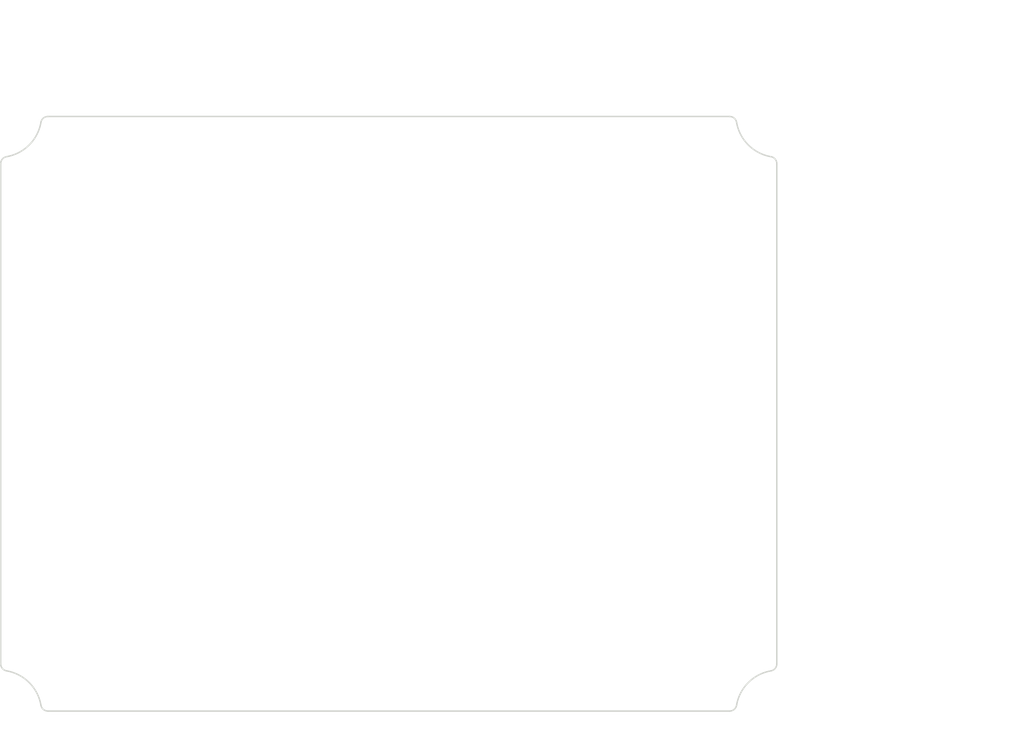
<source format=kicad_pcb>
(kicad_pcb (version 20171130) (host pcbnew "(5.1.0)-1")

  (general
    (thickness 1.6)
    (drawings 47)
    (tracks 0)
    (zones 0)
    (modules 0)
    (nets 1)
  )

  (page A4)
  (layers
    (0 F.Cu signal)
    (31 B.Cu signal)
    (32 B.Adhes user)
    (33 F.Adhes user)
    (34 B.Paste user)
    (35 F.Paste user)
    (36 B.SilkS user)
    (37 F.SilkS user)
    (38 B.Mask user)
    (39 F.Mask user)
    (40 Dwgs.User user)
    (41 Cmts.User user)
    (42 Eco1.User user)
    (43 Eco2.User user)
    (44 Edge.Cuts user)
    (45 Margin user)
    (46 B.CrtYd user)
    (47 F.CrtYd user)
    (48 B.Fab user)
    (49 F.Fab user)
  )

  (setup
    (last_trace_width 0.25)
    (trace_clearance 0.2)
    (zone_clearance 0.508)
    (zone_45_only no)
    (trace_min 0.2)
    (via_size 0.8)
    (via_drill 0.4)
    (via_min_size 0.4)
    (via_min_drill 0.3)
    (uvia_size 0.3)
    (uvia_drill 0.1)
    (uvias_allowed no)
    (uvia_min_size 0.2)
    (uvia_min_drill 0.1)
    (edge_width 0.05)
    (segment_width 0.2)
    (pcb_text_width 0.3)
    (pcb_text_size 1.5 1.5)
    (mod_edge_width 0.12)
    (mod_text_size 1 1)
    (mod_text_width 0.15)
    (pad_size 1.524 1.524)
    (pad_drill 0.762)
    (pad_to_mask_clearance 0.051)
    (solder_mask_min_width 0.25)
    (aux_axis_origin 0 0)
    (visible_elements FFFFFF7F)
    (pcbplotparams
      (layerselection 0x010fc_ffffffff)
      (usegerberextensions false)
      (usegerberattributes false)
      (usegerberadvancedattributes false)
      (creategerberjobfile false)
      (excludeedgelayer true)
      (linewidth 0.152400)
      (plotframeref false)
      (viasonmask false)
      (mode 1)
      (useauxorigin false)
      (hpglpennumber 1)
      (hpglpenspeed 20)
      (hpglpendiameter 15.000000)
      (psnegative false)
      (psa4output false)
      (plotreference true)
      (plotvalue true)
      (plotinvisibletext false)
      (padsonsilk false)
      (subtractmaskfromsilk false)
      (outputformat 1)
      (mirror false)
      (drillshape 1)
      (scaleselection 1)
      (outputdirectory ""))
  )

  (net 0 "")

  (net_class Default "This is the default net class."
    (clearance 0.2)
    (trace_width 0.25)
    (via_dia 0.8)
    (via_drill 0.4)
    (uvia_dia 0.3)
    (uvia_drill 0.1)
  )

  (gr_line (start 81.46083 66.165247) (end 81.46083 136.637868) (layer Edge.Cuts) (width 0.2))
  (gr_arc (start 81.27502 59.331557) (end 82.289861 65.17997) (angle -70.31165676) (layer Edge.Cuts) (width 0.2))
  (gr_line (start 184.081331 59.517367) (end 88.108709 59.517367) (layer Edge.Cuts) (width 0.2))
  (gr_arc (start 190.91502 59.331557) (end 185.066608 60.346398) (angle -70.31165711) (layer Edge.Cuts) (width 0.2))
  (gr_line (start 190.729211 136.637868) (end 190.729211 66.165247) (layer Edge.Cuts) (width 0.2))
  (gr_arc (start 190.91502 143.471557) (end 189.90018 137.623145) (angle -70.31165711) (layer Edge.Cuts) (width 0.2))
  (gr_line (start 88.108709 143.285748) (end 184.081331 143.285748) (layer Edge.Cuts) (width 0.2))
  (gr_arc (start 81.27502 143.471557) (end 87.123433 142.456717) (angle -70.31165676) (layer Edge.Cuts) (width 0.2))
  (gr_arc (start 82.46083 136.637868) (end 81.46083 136.637868) (angle -80.1558282) (layer Edge.Cuts) (width 0.2))
  (gr_arc (start 82.46083 66.165247) (end 82.289861 65.17997) (angle -80.1558282) (layer Edge.Cuts) (width 0.2))
  (gr_arc (start 88.108709 60.517367) (end 88.108709 59.517367) (angle -80.15582856) (layer Edge.Cuts) (width 0.2))
  (gr_arc (start 184.081331 60.517367) (end 185.066608 60.346398) (angle -80.15582856) (layer Edge.Cuts) (width 0.2))
  (gr_arc (start 189.729211 66.165247) (end 190.729211 66.165247) (angle -80.15582856) (layer Edge.Cuts) (width 0.2))
  (gr_arc (start 189.729211 136.637868) (end 189.90018 137.623145) (angle -80.15582856) (layer Edge.Cuts) (width 0.2))
  (gr_arc (start 184.081331 142.285748) (end 184.081331 143.285748) (angle -80.15582856) (layer Edge.Cuts) (width 0.2))
  (gr_arc (start 88.108709 142.285748) (end 87.123433 142.456717) (angle -80.15582856) (layer Edge.Cuts) (width 0.2))
  (gr_text " R1.00" (at 194.977593 146.879395) (layer Dwgs.User)
    (effects (font (size 1.7 1.53) (thickness 0.2125)))
  )
  (gr_line (start 188.506822 148.547369) (end 185.818975 144.737169) (layer Dwgs.User) (width 0.2))
  (gr_line (start 190.506822 148.547369) (end 188.506822 148.547369) (layer Dwgs.User) (width 0.2))
  (gr_text [R0.23] (at 174.676471 133.281772) (layer Dwgs.User)
    (effects (font (size 1.7 1.53) (thickness 0.2125)))
  )
  (gr_text " R5.94" (at 174.676471 129.724337) (layer Dwgs.User)
    (effects (font (size 1.7 1.53) (thickness 0.2125)))
  )
  (gr_line (start 181.147242 131.392311) (end 185.925114 137.300828) (layer Dwgs.User) (width 0.2))
  (gr_line (start 179.147242 131.392311) (end 181.147242 131.392311) (layer Dwgs.User) (width 0.2))
  (gr_text [3.30] (at 221.513174 124.166884) (layer Dwgs.User)
    (effects (font (size 1.7 1.53) (thickness 0.2125)))
  )
  (gr_text " 83.77" (at 221.513174 120.608869) (layer Dwgs.User)
    (effects (font (size 1.7 1.53) (thickness 0.2125)))
  )
  (gr_line (start 221.513174 61.517367) (end 221.513174 118.719408) (layer Dwgs.User) (width 0.2))
  (gr_line (start 221.513174 141.285748) (end 221.513174 125.835438) (layer Dwgs.User) (width 0.2))
  (gr_line (start 185.98212 59.517367) (end 224.688174 59.517367) (layer Dwgs.User) (width 0.2))
  (gr_line (start 185.98212 143.285748) (end 224.688174 143.285748) (layer Dwgs.User) (width 0.2))
  (gr_text [2.85] (at 201.423217 83.428918) (layer Dwgs.User)
    (effects (font (size 1.7 1.53) (thickness 0.2125)))
  )
  (gr_text " 72.27" (at 201.423217 79.885978) (layer Dwgs.User)
    (effects (font (size 1.7 1.53) (thickness 0.2125)))
  )
  (gr_line (start 201.423217 135.538657) (end 201.423217 85.082397) (layer Dwgs.User) (width 0.2))
  (gr_line (start 201.423217 67.264458) (end 201.423217 77.996517) (layer Dwgs.User) (width 0.2))
  (gr_line (start 191.729211 137.538657) (end 204.598217 137.538657) (layer Dwgs.User) (width 0.2))
  (gr_line (start 191.729211 65.264458) (end 204.598217 65.264458) (layer Dwgs.User) (width 0.2))
  (gr_text [3.85] (at 136.316875 57.386382) (layer Dwgs.User)
    (effects (font (size 1.7 1.53) (thickness 0.2125)))
  )
  (gr_text " 97.77" (at 136.316875 53.828947) (layer Dwgs.User)
    (effects (font (size 1.7 1.53) (thickness 0.2125)))
  )
  (gr_line (start 182.98212 55.496921) (end 140.364385 55.496921) (layer Dwgs.User) (width 0.2))
  (gr_line (start 89.207921 55.496921) (end 132.269365 55.496921) (layer Dwgs.User) (width 0.2))
  (gr_line (start 184.98212 58.517367) (end 184.98212 52.321921) (layer Dwgs.User) (width 0.2))
  (gr_line (start 87.207921 58.517367) (end 87.207921 52.321921) (layer Dwgs.User) (width 0.2))
  (gr_text [4.30] (at 118.645154 48.271495) (layer Dwgs.User)
    (effects (font (size 1.7 1.53) (thickness 0.2125)))
  )
  (gr_text " 109.27" (at 118.645154 44.71406) (layer Dwgs.User)
    (effects (font (size 1.7 1.53) (thickness 0.2125)))
  )
  (gr_line (start 188.729211 46.382034) (end 123.353066 46.382034) (layer Dwgs.User) (width 0.2))
  (gr_line (start 83.46083 46.382034) (end 113.937241 46.382034) (layer Dwgs.User) (width 0.2))
  (gr_line (start 190.729211 64.264458) (end 190.729211 43.207034) (layer Dwgs.User) (width 0.2))
  (gr_line (start 81.46083 64.264458) (end 81.46083 43.207034) (layer Dwgs.User) (width 0.2))

)

</source>
